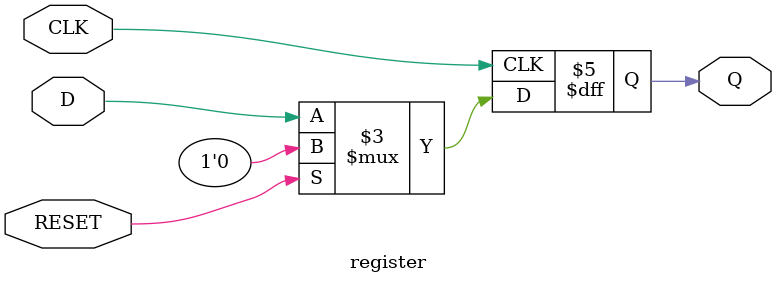
<source format=sv>
module register ( 
	input logic CLK,
	input logic RESET,
	input logic D,
	
	output logic Q
);

always_ff @ (posedge CLK) begin
	if (RESET) begin
		Q <= 1'b0;
	end
	else begin
		Q <= D;
	end
end
endmodule
</source>
